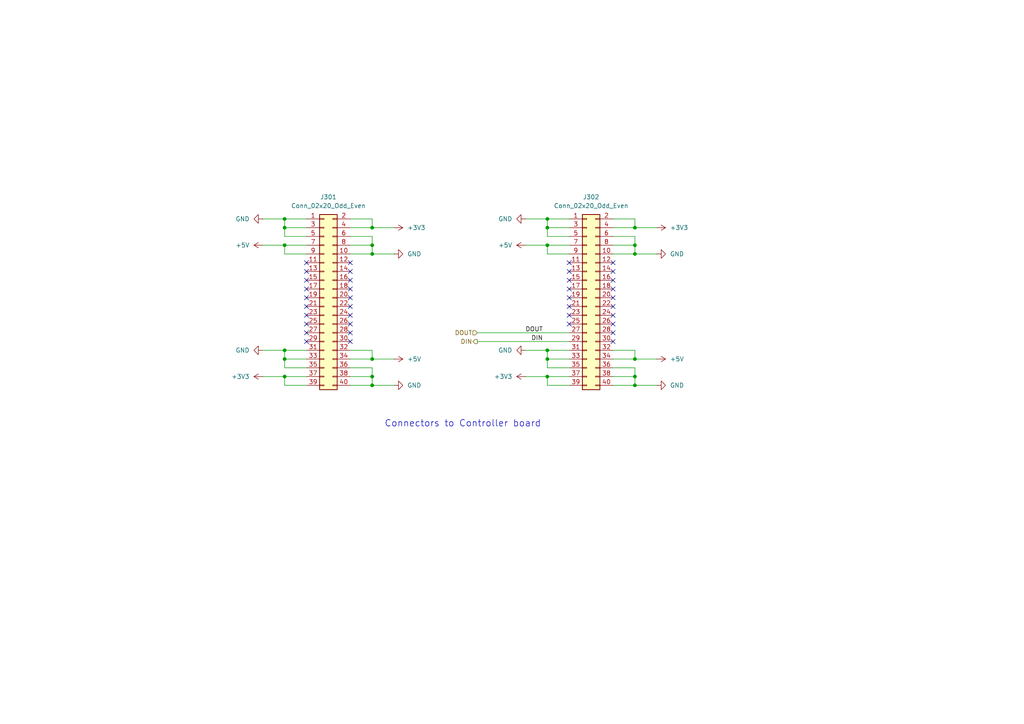
<source format=kicad_sch>
(kicad_sch (version 20231120) (generator "eeschema") (generator_version "8.0")
  (paper "A4")
  (title_block (date "2024-07-12") (rev "a") (comment 1 "MootSeeker (c) 2024") (comment 2 "Controller Board"))
  (lib_symbols
    (symbol "Connector_Generic:Conn_02x20_Odd_Even" (pin_names (offset 1.016) hide)
      (property "Reference" "J" (at 1.27 25.4 0))
      (property "Value" "Conn_02x20_Odd_Even" (at 1.27 -27.94 0))
      (symbol "Conn_02x20_Odd_Even_1_1"
        (rectangle (start -1.27 -25.273) (end 0 -25.527) (stroke (width 0.1524)))
        (rectangle (start -1.27 -22.733) (end 0 -22.987) (stroke (width 0.1524)))
        (rectangle (start -1.27 -20.193) (end 0 -20.447) (stroke (width 0.1524)))
        (rectangle (start -1.27 -17.653) (end 0 -17.907) (stroke (width 0.1524)))
        (rectangle (start -1.27 -15.113) (end 0 -15.367) (stroke (width 0.1524)))
        (rectangle (start -1.27 -12.573) (end 0 -12.827) (stroke (width 0.1524)))
        (rectangle (start -1.27 -10.033) (end 0 -10.287) (stroke (width 0.1524)))
        (rectangle (start -1.27 -7.493) (end 0 -7.747) (stroke (width 0.1524)))
        (rectangle (start -1.27 -4.953) (end 0 -5.207) (stroke (width 0.1524)))
        (rectangle (start -1.27 -2.413) (end 0 -2.667) (stroke (width 0.1524)))
        (rectangle (start -1.27 0.127) (end 0 -0.127) (stroke (width 0.1524)))
        (rectangle (start -1.27 2.667) (end 0 2.413) (stroke (width 0.1524)))
        (rectangle (start -1.27 5.207) (end 0 4.953) (stroke (width 0.1524)))
        (rectangle (start -1.27 7.747) (end 0 7.493) (stroke (width 0.1524)))
        (rectangle (start -1.27 10.287) (end 0 10.033) (stroke (width 0.1524)))
        (rectangle (start -1.27 12.827) (end 0 12.573) (stroke (width 0.1524)))
        (rectangle (start -1.27 15.367) (end 0 15.113) (stroke (width 0.1524)))
        (rectangle (start -1.27 17.907) (end 0 17.653) (stroke (width 0.1524)))
        (rectangle (start -1.27 20.447) (end 0 20.193) (stroke (width 0.1524)))
        (rectangle (start -1.27 22.987) (end 0 22.733) (stroke (width 0.1524)))
        (rectangle (start -1.27 24.13) (end 3.81 -26.67) (stroke (width 0.254)) (fill (type background)))
        (rectangle (start 3.81 -25.273) (end 2.54 -25.527) (stroke (width 0.1524)))
        (rectangle (start 3.81 -22.733) (end 2.54 -22.987) (stroke (width 0.1524)))
        (rectangle (start 3.81 -20.193) (end 2.54 -20.447) (stroke (width 0.1524)))
        (rectangle (start 3.81 -17.653) (end 2.54 -17.907) (stroke (width 0.1524)))
        (rectangle (start 3.81 -15.113) (end 2.54 -15.367) (stroke (width 0.1524)))
        (rectangle (start 3.81 -12.573) (end 2.54 -12.827) (stroke (width 0.1524)))
        (rectangle (start 3.81 -10.033) (end 2.54 -10.287) (stroke (width 0.1524)))
        (rectangle (start 3.81 -7.493) (end 2.54 -7.747) (stroke (width 0.1524)))
        (rectangle (start 3.81 -4.953) (end 2.54 -5.207) (stroke (width 0.1524)))
        (rectangle (start 3.81 -2.413) (end 2.54 -2.667) (stroke (width 0.1524)))
        (rectangle (start 3.81 0.127) (end 2.54 -0.127) (stroke (width 0.1524)))
        (rectangle (start 3.81 2.667) (end 2.54 2.413) (stroke (width 0.1524)))
        (rectangle (start 3.81 5.207) (end 2.54 4.953) (stroke (width 0.1524)))
        (rectangle (start 3.81 7.747) (end 2.54 7.493) (stroke (width 0.1524)))
        (rectangle (start 3.81 10.287) (end 2.54 10.033) (stroke (width 0.1524)))
        (rectangle (start 3.81 12.827) (end 2.54 12.573) (stroke (width 0.1524)))
        (rectangle (start 3.81 15.367) (end 2.54 15.113) (stroke (width 0.1524)))
        (rectangle (start 3.81 17.907) (end 2.54 17.653) (stroke (width 0.1524)))
        (rectangle (start 3.81 20.447) (end 2.54 20.193) (stroke (width 0.1524)))
        (rectangle (start 3.81 22.987) (end 2.54 22.733) (stroke (width 0.1524)))
        (pin passive line (at -5.08 22.86 0) (length 3.81) (name "Pin_1") (number "1"))
        (pin passive line (at 7.62 12.7 180) (length 3.81) (name "Pin_10") (number "10"))
        (pin passive line (at -5.08 10.16 0) (length 3.81) (name "Pin_11") (number "11"))
        (pin passive line (at 7.62 10.16 180) (length 3.81) (name "Pin_12") (number "12"))
        (pin passive line (at -5.08 7.62 0) (length 3.81) (name "Pin_13") (number "13"))
        (pin passive line (at 7.62 7.62 180) (length 3.81) (name "Pin_14") (number "14"))
        (pin passive line (at -5.08 5.08 0) (length 3.81) (name "Pin_15") (number "15"))
        (pin passive line (at 7.62 5.08 180) (length 3.81) (name "Pin_16") (number "16"))
        (pin passive line (at -5.08 2.54 0) (length 3.81) (name "Pin_17") (number "17"))
        (pin passive line (at 7.62 2.54 180) (length 3.81) (name "Pin_18") (number "18"))
        (pin passive line (at -5.08 0 0) (length 3.81) (name "Pin_19") (number "19"))
        (pin passive line (at 7.62 22.86 180) (length 3.81) (name "Pin_2") (number "2"))
        (pin passive line (at 7.62 0 180) (length 3.81) (name "Pin_20") (number "20"))
        (pin passive line (at -5.08 -2.54 0) (length 3.81) (name "Pin_21") (number "21"))
        (pin passive line (at 7.62 -2.54 180) (length 3.81) (name "Pin_22") (number "22"))
        (pin passive line (at -5.08 -5.08 0) (length 3.81) (name "Pin_23") (number "23"))
        (pin passive line (at 7.62 -5.08 180) (length 3.81) (name "Pin_24") (number "24"))
        (pin passive line (at -5.08 -7.62 0) (length 3.81) (name "Pin_25") (number "25"))
        (pin passive line (at 7.62 -7.62 180) (length 3.81) (name "Pin_26") (number "26"))
        (pin passive line (at -5.08 -10.16 0) (length 3.81) (name "Pin_27") (number "27"))
        (pin passive line (at 7.62 -10.16 180) (length 3.81) (name "Pin_28") (number "28"))
        (pin passive line (at -5.08 -12.7 0) (length 3.81) (name "Pin_29") (number "29"))
        (pin passive line (at -5.08 20.32 0) (length 3.81) (name "Pin_3") (number "3"))
        (pin passive line (at 7.62 -12.7 180) (length 3.81) (name "Pin_30") (number "30"))
        (pin passive line (at -5.08 -15.24 0) (length 3.81) (name "Pin_31") (number "31"))
        (pin passive line (at 7.62 -15.24 180) (length 3.81) (name "Pin_32") (number "32"))
        (pin passive line (at -5.08 -17.78 0) (length 3.81) (name "Pin_33") (number "33"))
        (pin passive line (at 7.62 -17.78 180) (length 3.81) (name "Pin_34") (number "34"))
        (pin passive line (at -5.08 -20.32 0) (length 3.81) (name "Pin_35") (number "35"))
        (pin passive line (at 7.62 -20.32 180) (length 3.81) (name "Pin_36") (number "36"))
        (pin passive line (at -5.08 -22.86 0) (length 3.81) (name "Pin_37") (number "37"))
        (pin passive line (at 7.62 -22.86 180) (length 3.81) (name "Pin_38") (number "38"))
        (pin passive line (at -5.08 -25.4 0) (length 3.81) (name "Pin_39") (number "39"))
        (pin passive line (at 7.62 20.32 180) (length 3.81) (name "Pin_4") (number "4"))
        (pin passive line (at 7.62 -25.4 180) (length 3.81) (name "Pin_40") (number "40"))
        (pin passive line (at -5.08 17.78 0) (length 3.81) (name "Pin_5") (number "5"))
        (pin passive line (at 7.62 17.78 180) (length 3.81) (name "Pin_6") (number "6"))
        (pin passive line (at -5.08 15.24 0) (length 3.81) (name "Pin_7") (number "7"))
        (pin passive line (at 7.62 15.24 180) (length 3.81) (name "Pin_8") (number "8"))
        (pin passive line (at -5.08 12.7 0) (length 3.81) (name "Pin_9") (number "9"))
      )
    )
    (symbol "power:+5V" (power) (pin_numbers hide) (pin_names (offset 0) hide)
      (property "Value" "+5V" (at 0 3.556 0))
      (symbol "+5V_0_1"
        (polyline (pts (xy -0.762 1.27) (xy 0 2.54)))
        (polyline (pts (xy 0 0) (xy 0 2.54)))
        (polyline (pts (xy 0 2.54) (xy 0.762 1.27)))
      )
      (symbol "+5V_1_1"
        (pin power_in line (at 0 0 90) (length 0) (name "~") (number "1"))
      )
    )
    (symbol "power:GND" (power) (pin_numbers hide) (pin_names (offset 0) hide)
      (property "Value" "GND" (at 0 -3.81 0))
      (symbol "GND_0_1"
        (polyline (pts (xy 0 0) (xy 0 -1.27) (xy 1.27 -1.27) (xy 0 -2.54) (xy -1.27 -1.27) (xy 0 -1.27)))
      )
      (symbol "GND_1_1"
        (pin power_in line (at 0 0 270) (length 0) (name "~") (number "1"))
      )
    )
  )
  (junction (at 82.55 71.12))
  (junction (at 184.15 111.76))
  (junction (at 158.75 104.14))
  (junction (at 82.55 63.5))
  (junction (at 107.95 109.22))
  (junction (at 158.75 71.12))
  (junction (at 158.75 66.04))
  (junction (at 184.15 71.12))
  (junction (at 184.15 109.22))
  (junction (at 82.55 101.6))
  (junction (at 107.95 66.04))
  (junction (at 158.75 101.6))
  (junction (at 82.55 104.14))
  (junction (at 82.55 109.22))
  (junction (at 184.15 104.14))
  (junction (at 107.95 71.12))
  (junction (at 107.95 73.66))
  (junction (at 158.75 63.5))
  (junction (at 82.55 66.04))
  (junction (at 184.15 66.04))
  (junction (at 184.15 73.66))
  (junction (at 107.95 111.76))
  (junction (at 107.95 104.14))
  (junction (at 158.75 109.22))
  (no_connect (at 88.9 99.06))
  (no_connect (at 177.8 99.06))
  (no_connect (at 101.6 99.06))
  (no_connect (at 101.6 88.9))
  (no_connect (at 101.6 91.44))
  (no_connect (at 165.1 83.82))
  (no_connect (at 165.1 93.98))
  (no_connect (at 101.6 76.2))
  (no_connect (at 88.9 86.36))
  (no_connect (at 177.8 96.52))
  (no_connect (at 88.9 76.2))
  (no_connect (at 177.8 76.2))
  (no_connect (at 101.6 96.52))
  (no_connect (at 177.8 91.44))
  (no_connect (at 101.6 83.82))
  (no_connect (at 88.9 78.74))
  (no_connect (at 177.8 86.36))
  (no_connect (at 177.8 93.98))
  (no_connect (at 177.8 81.28))
  (no_connect (at 177.8 88.9))
  (no_connect (at 88.9 93.98))
  (no_connect (at 88.9 83.82))
  (no_connect (at 101.6 78.74))
  (no_connect (at 88.9 96.52))
  (no_connect (at 177.8 78.74))
  (no_connect (at 101.6 86.36))
  (no_connect (at 177.8 83.82))
  (no_connect (at 88.9 81.28))
  (no_connect (at 165.1 86.36))
  (no_connect (at 165.1 91.44))
  (no_connect (at 165.1 81.28))
  (no_connect (at 165.1 76.2))
  (no_connect (at 101.6 93.98))
  (no_connect (at 88.9 91.44))
  (no_connect (at 165.1 88.9))
  (no_connect (at 165.1 78.74))
  (no_connect (at 101.6 81.28))
  (no_connect (at 88.9 88.9))
  (wire (pts (xy 177.8 111.76) (xy 184.15 111.76)))
  (wire (pts (xy 114.3 111.76) (xy 107.95 111.76)))
  (wire (pts (xy 177.8 109.22) (xy 184.15 109.22)))
  (wire (pts (xy 152.4 109.22) (xy 158.75 109.22)))
  (wire (pts (xy 158.75 73.66) (xy 158.75 71.12)))
  (wire (pts (xy 184.15 104.14) (xy 177.8 104.14)))
  (wire (pts (xy 152.4 63.5) (xy 158.75 63.5)))
  (wire (pts (xy 158.75 106.68) (xy 158.75 104.14)))
  (wire (pts (xy 177.8 106.68) (xy 184.15 106.68)))
  (wire (pts (xy 107.95 106.68) (xy 107.95 109.22)))
  (wire (pts (xy 101.6 109.22) (xy 107.95 109.22)))
  (wire (pts (xy 88.9 73.66) (xy 82.55 73.66)))
  (wire (pts (xy 101.6 71.12) (xy 107.95 71.12)))
  (wire (pts (xy 190.5 73.66) (xy 184.15 73.66)))
  (wire (pts (xy 88.9 68.58) (xy 82.55 68.58)))
  (wire (pts (xy 165.1 104.14) (xy 158.75 104.14)))
  (wire (pts (xy 165.1 63.5) (xy 158.75 63.5)))
  (wire (pts (xy 107.95 109.22) (xy 107.95 111.76)))
  (wire (pts (xy 177.8 101.6) (xy 184.15 101.6)))
  (wire (pts (xy 76.2 71.12) (xy 82.55 71.12)))
  (wire (pts (xy 184.15 106.68) (xy 184.15 109.22)))
  (wire (pts (xy 101.6 111.76) (xy 107.95 111.76)))
  (wire (pts (xy 190.5 111.76) (xy 184.15 111.76)))
  (wire (pts (xy 107.95 101.6) (xy 107.95 104.14)))
  (wire (pts (xy 190.5 66.04) (xy 184.15 66.04)))
  (wire (pts (xy 114.3 104.14) (xy 107.95 104.14)))
  (wire (pts (xy 88.9 101.6) (xy 82.55 101.6)))
  (wire (pts (xy 88.9 104.14) (xy 82.55 104.14)))
  (wire (pts (xy 177.8 73.66) (xy 184.15 73.66)))
  (wire (pts (xy 165.1 111.76) (xy 158.75 111.76)))
  (wire (pts (xy 158.75 66.04) (xy 158.75 63.5)))
  (wire (pts (xy 165.1 96.52) (xy 138.43 96.52)))
  (wire (pts (xy 165.1 106.68) (xy 158.75 106.68)))
  (wire (pts (xy 107.95 68.58) (xy 107.95 71.12)))
  (wire (pts (xy 82.55 104.14) (xy 82.55 101.6)))
  (wire (pts (xy 82.55 106.68) (xy 82.55 104.14)))
  (wire (pts (xy 165.1 73.66) (xy 158.75 73.66)))
  (wire (pts (xy 114.3 73.66) (xy 107.95 73.66)))
  (wire (pts (xy 184.15 66.04) (xy 177.8 66.04)))
  (wire (pts (xy 165.1 68.58) (xy 158.75 68.58)))
  (wire (pts (xy 158.75 109.22) (xy 165.1 109.22)))
  (wire (pts (xy 82.55 109.22) (xy 88.9 109.22)))
  (wire (pts (xy 101.6 106.68) (xy 107.95 106.68)))
  (wire (pts (xy 165.1 99.06) (xy 138.43 99.06)))
  (wire (pts (xy 101.6 73.66) (xy 107.95 73.66)))
  (wire (pts (xy 82.55 66.04) (xy 82.55 63.5)))
  (wire (pts (xy 165.1 101.6) (xy 158.75 101.6)))
  (wire (pts (xy 158.75 68.58) (xy 158.75 66.04)))
  (wire (pts (xy 107.95 63.5) (xy 107.95 66.04)))
  (wire (pts (xy 76.2 109.22) (xy 82.55 109.22)))
  (wire (pts (xy 101.6 68.58) (xy 107.95 68.58)))
  (wire (pts (xy 88.9 63.5) (xy 82.55 63.5)))
  (wire (pts (xy 76.2 63.5) (xy 82.55 63.5)))
  (wire (pts (xy 165.1 66.04) (xy 158.75 66.04)))
  (wire (pts (xy 88.9 111.76) (xy 82.55 111.76)))
  (wire (pts (xy 177.8 68.58) (xy 184.15 68.58)))
  (wire (pts (xy 101.6 63.5) (xy 107.95 63.5)))
  (wire (pts (xy 101.6 101.6) (xy 107.95 101.6)))
  (wire (pts (xy 88.9 66.04) (xy 82.55 66.04)))
  (wire (pts (xy 184.15 101.6) (xy 184.15 104.14)))
  (wire (pts (xy 190.5 104.14) (xy 184.15 104.14)))
  (wire (pts (xy 88.9 106.68) (xy 82.55 106.68)))
  (wire (pts (xy 107.95 66.04) (xy 114.3 66.04)))
  (wire (pts (xy 82.55 68.58) (xy 82.55 66.04)))
  (wire (pts (xy 158.75 71.12) (xy 165.1 71.12)))
  (wire (pts (xy 184.15 109.22) (xy 184.15 111.76)))
  (wire (pts (xy 107.95 71.12) (xy 107.95 73.66)))
  (wire (pts (xy 177.8 71.12) (xy 184.15 71.12)))
  (wire (pts (xy 82.55 111.76) (xy 82.55 109.22)))
  (wire (pts (xy 158.75 111.76) (xy 158.75 109.22)))
  (wire (pts (xy 184.15 63.5) (xy 184.15 66.04)))
  (wire (pts (xy 152.4 101.6) (xy 158.75 101.6)))
  (wire (pts (xy 184.15 71.12) (xy 184.15 73.66)))
  (wire (pts (xy 82.55 73.66) (xy 82.55 71.12)))
  (wire (pts (xy 82.55 71.12) (xy 88.9 71.12)))
  (wire (pts (xy 158.75 104.14) (xy 158.75 101.6)))
  (wire (pts (xy 177.8 63.5) (xy 184.15 63.5)))
  (wire (pts (xy 76.2 101.6) (xy 82.55 101.6)))
  (wire (pts (xy 107.95 66.04) (xy 101.6 66.04)))
  (wire (pts (xy 152.4 71.12) (xy 158.75 71.12)))
  (wire (pts (xy 107.95 104.14) (xy 101.6 104.14)))
  (wire (pts (xy 184.15 68.58) (xy 184.15 71.12)))
  (text "Connectors to Controller board\n" (at 111.506 122.936 0) (effects (font (size 1.905 1.905)) (justify left)))
  (label "DOUT" (at 157.48 96.52 180))
  (label "DIN" (at 157.48 99.06 180))
  (hierarchical_label "DIN" (shape output) (at 138.43 99.06 180))
  (hierarchical_label "DOUT" (shape input) (at 138.43 96.52 180))
  (symbol (lib_id "Connector_Generic:Conn_02x20_Odd_Even") (at 93.98 86.36 0) (unit 1)
    (property "Reference" "J301" (at 95.25 57.15 0))
    (property "Value" "Conn_02x20_Odd_Even" (at 95.25 59.69 0))
    (property "Footprint" "Connector_Molex:Molex_SlimStack_54722-0404_2x20_P0.50mm_Vertical" (effects (hide yes)))
    (property "Description" "Generic connector, double row, 02x20, odd/even pin numbering scheme (row 1 odd numbers, row 2 even numbers), script generated (kicad-library-utils/schlib/autogen/connector/)" (effects (hide yes)))
  )
  (symbol (lib_id "power:+5V") (at 114.3 66.04 270) (unit 1)
    (property "Reference" "#PWR0305" (effects (hide yes)))
    (property "Value" "+3V3" (at 118.11 66.0399 90) (effects (justify left)))
    (property "Description" "Power symbol creates a global label with name \"+5V\"" (effects (hide yes)))
  )
  (symbol (lib_id "power:+5V") (at 152.4 109.22 90) (unit 1)
    (property "Reference" "#PWR0312" (effects (hide yes)))
    (property "Value" "+3V3" (at 148.59 109.2201 90) (effects (justify left)))
    (property "Description" "Power symbol creates a global label with name \"+5V\"" (effects (hide yes)))
  )
  (symbol (lib_id "power:GND") (at 190.5 73.66 90) (unit 1)
    (property "Reference" "#PWR0314" (effects (hide yes)))
    (property "Value" "GND" (at 194.31 73.6599 90) (effects (justify right)))
    (property "Description" "Power symbol creates a global label with name \"GND\" , ground" (effects (hide yes)))
  )
  (symbol (lib_id "power:+5V") (at 190.5 66.04 270) (unit 1)
    (property "Reference" "#PWR0313" (effects (hide yes)))
    (property "Value" "+3V3" (at 194.31 66.0399 90) (effects (justify left)))
    (property "Description" "Power symbol creates a global label with name \"+5V\"" (effects (hide yes)))
  )
  (symbol (lib_id "power:GND") (at 114.3 73.66 90) (unit 1)
    (property "Reference" "#PWR0306" (effects (hide yes)))
    (property "Value" "GND" (at 118.11 73.6599 90) (effects (justify right)))
    (property "Description" "Power symbol creates a global label with name \"GND\" , ground" (effects (hide yes)))
  )
  (symbol (lib_id "power:+5V") (at 76.2 109.22 90) (unit 1)
    (property "Reference" "#PWR0304" (effects (hide yes)))
    (property "Value" "+3V3" (at 72.39 109.2201 90) (effects (justify left)))
    (property "Description" "Power symbol creates a global label with name \"+5V\"" (effects (hide yes)))
  )
  (symbol (lib_id "power:GND") (at 190.5 111.76 90) (unit 1)
    (property "Reference" "#PWR0316" (effects (hide yes)))
    (property "Value" "GND" (at 194.31 111.7599 90) (effects (justify right)))
    (property "Description" "Power symbol creates a global label with name \"GND\" , ground" (effects (hide yes)))
  )
  (symbol (lib_id "power:+5V") (at 76.2 71.12 90) (unit 1)
    (property "Reference" "#PWR0302" (effects (hide yes)))
    (property "Value" "+5V" (at 72.39 71.1201 90) (effects (justify left)))
    (property "Description" "Power symbol creates a global label with name \"+5V\"" (effects (hide yes)))
  )
  (symbol (lib_id "power:GND") (at 152.4 101.6 270) (unit 1)
    (property "Reference" "#PWR0311" (effects (hide yes)))
    (property "Value" "GND" (at 148.59 101.6001 90) (effects (justify right)))
    (property "Description" "Power symbol creates a global label with name \"GND\" , ground" (effects (hide yes)))
  )
  (symbol (lib_id "power:GND") (at 114.3 111.76 90) (unit 1)
    (property "Reference" "#PWR0308" (effects (hide yes)))
    (property "Value" "GND" (at 118.11 111.7599 90) (effects (justify right)))
    (property "Description" "Power symbol creates a global label with name \"GND\" , ground" (effects (hide yes)))
  )
  (symbol (lib_id "power:+5V") (at 190.5 104.14 270) (unit 1)
    (property "Reference" "#PWR0315" (effects (hide yes)))
    (property "Value" "+5V" (at 194.31 104.1399 90) (effects (justify left)))
    (property "Description" "Power symbol creates a global label with name \"+5V\"" (effects (hide yes)))
  )
  (symbol (lib_id "power:GND") (at 152.4 63.5 270) (unit 1)
    (property "Reference" "#PWR0309" (effects (hide yes)))
    (property "Value" "GND" (at 148.59 63.4999 90) (effects (justify right)))
    (property "Description" "Power symbol creates a global label with name \"GND\" , ground" (effects (hide yes)))
  )
  (symbol (lib_id "Connector_Generic:Conn_02x20_Odd_Even") (at 170.18 86.36 0) (unit 1)
    (property "Reference" "J302" (at 171.45 57.15 0))
    (property "Value" "Conn_02x20_Odd_Even" (at 171.45 59.69 0))
    (property "Footprint" "Connector_Molex:Molex_SlimStack_54722-0404_2x20_P0.50mm_Vertical" (effects (hide yes)))
    (property "Description" "Generic connector, double row, 02x20, odd/even pin numbering scheme (row 1 odd numbers, row 2 even numbers), script generated (kicad-library-utils/schlib/autogen/connector/)" (effects (hide yes)))
  )
  (symbol (lib_id "power:+5V") (at 152.4 71.12 90) (unit 1)
    (property "Reference" "#PWR0310" (effects (hide yes)))
    (property "Value" "+5V" (at 148.59 71.1201 90) (effects (justify left)))
    (property "Description" "Power symbol creates a global label with name \"+5V\"" (effects (hide yes)))
  )
  (symbol (lib_id "power:GND") (at 76.2 63.5 270) (unit 1)
    (property "Reference" "#PWR0301" (effects (hide yes)))
    (property "Value" "GND" (at 72.39 63.4999 90) (effects (justify right)))
    (property "Description" "Power symbol creates a global label with name \"GND\" , ground" (effects (hide yes)))
  )
  (symbol (lib_id "power:GND") (at 76.2 101.6 270) (unit 1)
    (property "Reference" "#PWR0303" (effects (hide yes)))
    (property "Value" "GND" (at 72.39 101.6001 90) (effects (justify right)))
    (property "Description" "Power symbol creates a global label with name \"GND\" , ground" (effects (hide yes)))
  )
  (symbol (lib_id "power:+5V") (at 114.3 104.14 270) (unit 1)
    (property "Reference" "#PWR0307" (effects (hide yes)))
    (property "Value" "+5V" (at 118.11 104.1399 90) (effects (justify left)))
    (property "Description" "Power symbol creates a global label with name \"+5V\"" (effects (hide yes)))
  )
)
</source>
